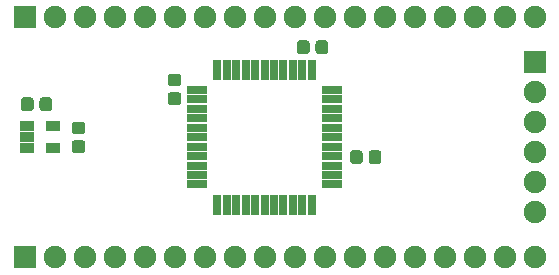
<source format=gbr>
G04 #@! TF.GenerationSoftware,KiCad,Pcbnew,(5.1.4)-1*
G04 #@! TF.CreationDate,2019-10-24T16:07:41-04:00*
G04 #@! TF.ProjectId,XC9536XL,58433935-3336-4584-9c2e-6b696361645f,B*
G04 #@! TF.SameCoordinates,Original*
G04 #@! TF.FileFunction,Soldermask,Top*
G04 #@! TF.FilePolarity,Negative*
%FSLAX46Y46*%
G04 Gerber Fmt 4.6, Leading zero omitted, Abs format (unit mm)*
G04 Created by KiCad (PCBNEW (5.1.4)-1) date 2019-10-24 16:07:41*
%MOMM*%
%LPD*%
G04 APERTURE LIST*
%ADD10C,0.100000*%
%ADD11C,1.075000*%
%ADD12R,1.260000X0.850000*%
%ADD13O,1.900000X1.900000*%
%ADD14R,1.900000X1.900000*%
%ADD15R,1.700000X0.750000*%
%ADD16R,0.750000X1.700000*%
G04 APERTURE END LIST*
D10*
G36*
X76024592Y-45971294D02*
G01*
X76050681Y-45975164D01*
X76076264Y-45981572D01*
X76101096Y-45990457D01*
X76124938Y-46001734D01*
X76147560Y-46015293D01*
X76168743Y-46031003D01*
X76188285Y-46048715D01*
X76205997Y-46068257D01*
X76221707Y-46089440D01*
X76235266Y-46112062D01*
X76246543Y-46135904D01*
X76255428Y-46160736D01*
X76261836Y-46186319D01*
X76265706Y-46212408D01*
X76267000Y-46238750D01*
X76267000Y-46776250D01*
X76265706Y-46802592D01*
X76261836Y-46828681D01*
X76255428Y-46854264D01*
X76246543Y-46879096D01*
X76235266Y-46902938D01*
X76221707Y-46925560D01*
X76205997Y-46946743D01*
X76188285Y-46966285D01*
X76168743Y-46983997D01*
X76147560Y-46999707D01*
X76124938Y-47013266D01*
X76101096Y-47024543D01*
X76076264Y-47033428D01*
X76050681Y-47039836D01*
X76024592Y-47043706D01*
X75998250Y-47045000D01*
X75385750Y-47045000D01*
X75359408Y-47043706D01*
X75333319Y-47039836D01*
X75307736Y-47033428D01*
X75282904Y-47024543D01*
X75259062Y-47013266D01*
X75236440Y-46999707D01*
X75215257Y-46983997D01*
X75195715Y-46966285D01*
X75178003Y-46946743D01*
X75162293Y-46925560D01*
X75148734Y-46902938D01*
X75137457Y-46879096D01*
X75128572Y-46854264D01*
X75122164Y-46828681D01*
X75118294Y-46802592D01*
X75117000Y-46776250D01*
X75117000Y-46238750D01*
X75118294Y-46212408D01*
X75122164Y-46186319D01*
X75128572Y-46160736D01*
X75137457Y-46135904D01*
X75148734Y-46112062D01*
X75162293Y-46089440D01*
X75178003Y-46068257D01*
X75195715Y-46048715D01*
X75215257Y-46031003D01*
X75236440Y-46015293D01*
X75259062Y-46001734D01*
X75282904Y-45990457D01*
X75307736Y-45981572D01*
X75333319Y-45975164D01*
X75359408Y-45971294D01*
X75385750Y-45970000D01*
X75998250Y-45970000D01*
X76024592Y-45971294D01*
X76024592Y-45971294D01*
G37*
D11*
X75692000Y-46507500D03*
D10*
G36*
X76024592Y-44396294D02*
G01*
X76050681Y-44400164D01*
X76076264Y-44406572D01*
X76101096Y-44415457D01*
X76124938Y-44426734D01*
X76147560Y-44440293D01*
X76168743Y-44456003D01*
X76188285Y-44473715D01*
X76205997Y-44493257D01*
X76221707Y-44514440D01*
X76235266Y-44537062D01*
X76246543Y-44560904D01*
X76255428Y-44585736D01*
X76261836Y-44611319D01*
X76265706Y-44637408D01*
X76267000Y-44663750D01*
X76267000Y-45201250D01*
X76265706Y-45227592D01*
X76261836Y-45253681D01*
X76255428Y-45279264D01*
X76246543Y-45304096D01*
X76235266Y-45327938D01*
X76221707Y-45350560D01*
X76205997Y-45371743D01*
X76188285Y-45391285D01*
X76168743Y-45408997D01*
X76147560Y-45424707D01*
X76124938Y-45438266D01*
X76101096Y-45449543D01*
X76076264Y-45458428D01*
X76050681Y-45464836D01*
X76024592Y-45468706D01*
X75998250Y-45470000D01*
X75385750Y-45470000D01*
X75359408Y-45468706D01*
X75333319Y-45464836D01*
X75307736Y-45458428D01*
X75282904Y-45449543D01*
X75259062Y-45438266D01*
X75236440Y-45424707D01*
X75215257Y-45408997D01*
X75195715Y-45391285D01*
X75178003Y-45371743D01*
X75162293Y-45350560D01*
X75148734Y-45327938D01*
X75137457Y-45304096D01*
X75128572Y-45279264D01*
X75122164Y-45253681D01*
X75118294Y-45227592D01*
X75117000Y-45201250D01*
X75117000Y-44663750D01*
X75118294Y-44637408D01*
X75122164Y-44611319D01*
X75128572Y-44585736D01*
X75137457Y-44560904D01*
X75148734Y-44537062D01*
X75162293Y-44514440D01*
X75178003Y-44493257D01*
X75195715Y-44473715D01*
X75215257Y-44456003D01*
X75236440Y-44440293D01*
X75259062Y-44426734D01*
X75282904Y-44415457D01*
X75307736Y-44406572D01*
X75333319Y-44400164D01*
X75359408Y-44396294D01*
X75385750Y-44395000D01*
X75998250Y-44395000D01*
X76024592Y-44396294D01*
X76024592Y-44396294D01*
G37*
D11*
X75692000Y-44932500D03*
D10*
G36*
X73218592Y-42352294D02*
G01*
X73244681Y-42356164D01*
X73270264Y-42362572D01*
X73295096Y-42371457D01*
X73318938Y-42382734D01*
X73341560Y-42396293D01*
X73362743Y-42412003D01*
X73382285Y-42429715D01*
X73399997Y-42449257D01*
X73415707Y-42470440D01*
X73429266Y-42493062D01*
X73440543Y-42516904D01*
X73449428Y-42541736D01*
X73455836Y-42567319D01*
X73459706Y-42593408D01*
X73461000Y-42619750D01*
X73461000Y-43232250D01*
X73459706Y-43258592D01*
X73455836Y-43284681D01*
X73449428Y-43310264D01*
X73440543Y-43335096D01*
X73429266Y-43358938D01*
X73415707Y-43381560D01*
X73399997Y-43402743D01*
X73382285Y-43422285D01*
X73362743Y-43439997D01*
X73341560Y-43455707D01*
X73318938Y-43469266D01*
X73295096Y-43480543D01*
X73270264Y-43489428D01*
X73244681Y-43495836D01*
X73218592Y-43499706D01*
X73192250Y-43501000D01*
X72654750Y-43501000D01*
X72628408Y-43499706D01*
X72602319Y-43495836D01*
X72576736Y-43489428D01*
X72551904Y-43480543D01*
X72528062Y-43469266D01*
X72505440Y-43455707D01*
X72484257Y-43439997D01*
X72464715Y-43422285D01*
X72447003Y-43402743D01*
X72431293Y-43381560D01*
X72417734Y-43358938D01*
X72406457Y-43335096D01*
X72397572Y-43310264D01*
X72391164Y-43284681D01*
X72387294Y-43258592D01*
X72386000Y-43232250D01*
X72386000Y-42619750D01*
X72387294Y-42593408D01*
X72391164Y-42567319D01*
X72397572Y-42541736D01*
X72406457Y-42516904D01*
X72417734Y-42493062D01*
X72431293Y-42470440D01*
X72447003Y-42449257D01*
X72464715Y-42429715D01*
X72484257Y-42412003D01*
X72505440Y-42396293D01*
X72528062Y-42382734D01*
X72551904Y-42371457D01*
X72576736Y-42362572D01*
X72602319Y-42356164D01*
X72628408Y-42352294D01*
X72654750Y-42351000D01*
X73192250Y-42351000D01*
X73218592Y-42352294D01*
X73218592Y-42352294D01*
G37*
D11*
X72923500Y-42926000D03*
D10*
G36*
X71643592Y-42352294D02*
G01*
X71669681Y-42356164D01*
X71695264Y-42362572D01*
X71720096Y-42371457D01*
X71743938Y-42382734D01*
X71766560Y-42396293D01*
X71787743Y-42412003D01*
X71807285Y-42429715D01*
X71824997Y-42449257D01*
X71840707Y-42470440D01*
X71854266Y-42493062D01*
X71865543Y-42516904D01*
X71874428Y-42541736D01*
X71880836Y-42567319D01*
X71884706Y-42593408D01*
X71886000Y-42619750D01*
X71886000Y-43232250D01*
X71884706Y-43258592D01*
X71880836Y-43284681D01*
X71874428Y-43310264D01*
X71865543Y-43335096D01*
X71854266Y-43358938D01*
X71840707Y-43381560D01*
X71824997Y-43402743D01*
X71807285Y-43422285D01*
X71787743Y-43439997D01*
X71766560Y-43455707D01*
X71743938Y-43469266D01*
X71720096Y-43480543D01*
X71695264Y-43489428D01*
X71669681Y-43495836D01*
X71643592Y-43499706D01*
X71617250Y-43501000D01*
X71079750Y-43501000D01*
X71053408Y-43499706D01*
X71027319Y-43495836D01*
X71001736Y-43489428D01*
X70976904Y-43480543D01*
X70953062Y-43469266D01*
X70930440Y-43455707D01*
X70909257Y-43439997D01*
X70889715Y-43422285D01*
X70872003Y-43402743D01*
X70856293Y-43381560D01*
X70842734Y-43358938D01*
X70831457Y-43335096D01*
X70822572Y-43310264D01*
X70816164Y-43284681D01*
X70812294Y-43258592D01*
X70811000Y-43232250D01*
X70811000Y-42619750D01*
X70812294Y-42593408D01*
X70816164Y-42567319D01*
X70822572Y-42541736D01*
X70831457Y-42516904D01*
X70842734Y-42493062D01*
X70856293Y-42470440D01*
X70872003Y-42449257D01*
X70889715Y-42429715D01*
X70909257Y-42412003D01*
X70930440Y-42396293D01*
X70953062Y-42382734D01*
X70976904Y-42371457D01*
X71001736Y-42362572D01*
X71027319Y-42356164D01*
X71053408Y-42352294D01*
X71079750Y-42351000D01*
X71617250Y-42351000D01*
X71643592Y-42352294D01*
X71643592Y-42352294D01*
G37*
D11*
X71348500Y-42926000D03*
D10*
G36*
X96586592Y-37526294D02*
G01*
X96612681Y-37530164D01*
X96638264Y-37536572D01*
X96663096Y-37545457D01*
X96686938Y-37556734D01*
X96709560Y-37570293D01*
X96730743Y-37586003D01*
X96750285Y-37603715D01*
X96767997Y-37623257D01*
X96783707Y-37644440D01*
X96797266Y-37667062D01*
X96808543Y-37690904D01*
X96817428Y-37715736D01*
X96823836Y-37741319D01*
X96827706Y-37767408D01*
X96829000Y-37793750D01*
X96829000Y-38406250D01*
X96827706Y-38432592D01*
X96823836Y-38458681D01*
X96817428Y-38484264D01*
X96808543Y-38509096D01*
X96797266Y-38532938D01*
X96783707Y-38555560D01*
X96767997Y-38576743D01*
X96750285Y-38596285D01*
X96730743Y-38613997D01*
X96709560Y-38629707D01*
X96686938Y-38643266D01*
X96663096Y-38654543D01*
X96638264Y-38663428D01*
X96612681Y-38669836D01*
X96586592Y-38673706D01*
X96560250Y-38675000D01*
X96022750Y-38675000D01*
X95996408Y-38673706D01*
X95970319Y-38669836D01*
X95944736Y-38663428D01*
X95919904Y-38654543D01*
X95896062Y-38643266D01*
X95873440Y-38629707D01*
X95852257Y-38613997D01*
X95832715Y-38596285D01*
X95815003Y-38576743D01*
X95799293Y-38555560D01*
X95785734Y-38532938D01*
X95774457Y-38509096D01*
X95765572Y-38484264D01*
X95759164Y-38458681D01*
X95755294Y-38432592D01*
X95754000Y-38406250D01*
X95754000Y-37793750D01*
X95755294Y-37767408D01*
X95759164Y-37741319D01*
X95765572Y-37715736D01*
X95774457Y-37690904D01*
X95785734Y-37667062D01*
X95799293Y-37644440D01*
X95815003Y-37623257D01*
X95832715Y-37603715D01*
X95852257Y-37586003D01*
X95873440Y-37570293D01*
X95896062Y-37556734D01*
X95919904Y-37545457D01*
X95944736Y-37536572D01*
X95970319Y-37530164D01*
X95996408Y-37526294D01*
X96022750Y-37525000D01*
X96560250Y-37525000D01*
X96586592Y-37526294D01*
X96586592Y-37526294D01*
G37*
D11*
X96291500Y-38100000D03*
D10*
G36*
X95011592Y-37526294D02*
G01*
X95037681Y-37530164D01*
X95063264Y-37536572D01*
X95088096Y-37545457D01*
X95111938Y-37556734D01*
X95134560Y-37570293D01*
X95155743Y-37586003D01*
X95175285Y-37603715D01*
X95192997Y-37623257D01*
X95208707Y-37644440D01*
X95222266Y-37667062D01*
X95233543Y-37690904D01*
X95242428Y-37715736D01*
X95248836Y-37741319D01*
X95252706Y-37767408D01*
X95254000Y-37793750D01*
X95254000Y-38406250D01*
X95252706Y-38432592D01*
X95248836Y-38458681D01*
X95242428Y-38484264D01*
X95233543Y-38509096D01*
X95222266Y-38532938D01*
X95208707Y-38555560D01*
X95192997Y-38576743D01*
X95175285Y-38596285D01*
X95155743Y-38613997D01*
X95134560Y-38629707D01*
X95111938Y-38643266D01*
X95088096Y-38654543D01*
X95063264Y-38663428D01*
X95037681Y-38669836D01*
X95011592Y-38673706D01*
X94985250Y-38675000D01*
X94447750Y-38675000D01*
X94421408Y-38673706D01*
X94395319Y-38669836D01*
X94369736Y-38663428D01*
X94344904Y-38654543D01*
X94321062Y-38643266D01*
X94298440Y-38629707D01*
X94277257Y-38613997D01*
X94257715Y-38596285D01*
X94240003Y-38576743D01*
X94224293Y-38555560D01*
X94210734Y-38532938D01*
X94199457Y-38509096D01*
X94190572Y-38484264D01*
X94184164Y-38458681D01*
X94180294Y-38432592D01*
X94179000Y-38406250D01*
X94179000Y-37793750D01*
X94180294Y-37767408D01*
X94184164Y-37741319D01*
X94190572Y-37715736D01*
X94199457Y-37690904D01*
X94210734Y-37667062D01*
X94224293Y-37644440D01*
X94240003Y-37623257D01*
X94257715Y-37603715D01*
X94277257Y-37586003D01*
X94298440Y-37570293D01*
X94321062Y-37556734D01*
X94344904Y-37545457D01*
X94369736Y-37536572D01*
X94395319Y-37530164D01*
X94421408Y-37526294D01*
X94447750Y-37525000D01*
X94985250Y-37525000D01*
X95011592Y-37526294D01*
X95011592Y-37526294D01*
G37*
D11*
X94716500Y-38100000D03*
D10*
G36*
X101082592Y-46826294D02*
G01*
X101108681Y-46830164D01*
X101134264Y-46836572D01*
X101159096Y-46845457D01*
X101182938Y-46856734D01*
X101205560Y-46870293D01*
X101226743Y-46886003D01*
X101246285Y-46903715D01*
X101263997Y-46923257D01*
X101279707Y-46944440D01*
X101293266Y-46967062D01*
X101304543Y-46990904D01*
X101313428Y-47015736D01*
X101319836Y-47041319D01*
X101323706Y-47067408D01*
X101325000Y-47093750D01*
X101325000Y-47706250D01*
X101323706Y-47732592D01*
X101319836Y-47758681D01*
X101313428Y-47784264D01*
X101304543Y-47809096D01*
X101293266Y-47832938D01*
X101279707Y-47855560D01*
X101263997Y-47876743D01*
X101246285Y-47896285D01*
X101226743Y-47913997D01*
X101205560Y-47929707D01*
X101182938Y-47943266D01*
X101159096Y-47954543D01*
X101134264Y-47963428D01*
X101108681Y-47969836D01*
X101082592Y-47973706D01*
X101056250Y-47975000D01*
X100518750Y-47975000D01*
X100492408Y-47973706D01*
X100466319Y-47969836D01*
X100440736Y-47963428D01*
X100415904Y-47954543D01*
X100392062Y-47943266D01*
X100369440Y-47929707D01*
X100348257Y-47913997D01*
X100328715Y-47896285D01*
X100311003Y-47876743D01*
X100295293Y-47855560D01*
X100281734Y-47832938D01*
X100270457Y-47809096D01*
X100261572Y-47784264D01*
X100255164Y-47758681D01*
X100251294Y-47732592D01*
X100250000Y-47706250D01*
X100250000Y-47093750D01*
X100251294Y-47067408D01*
X100255164Y-47041319D01*
X100261572Y-47015736D01*
X100270457Y-46990904D01*
X100281734Y-46967062D01*
X100295293Y-46944440D01*
X100311003Y-46923257D01*
X100328715Y-46903715D01*
X100348257Y-46886003D01*
X100369440Y-46870293D01*
X100392062Y-46856734D01*
X100415904Y-46845457D01*
X100440736Y-46836572D01*
X100466319Y-46830164D01*
X100492408Y-46826294D01*
X100518750Y-46825000D01*
X101056250Y-46825000D01*
X101082592Y-46826294D01*
X101082592Y-46826294D01*
G37*
D11*
X100787500Y-47400000D03*
D10*
G36*
X99507592Y-46826294D02*
G01*
X99533681Y-46830164D01*
X99559264Y-46836572D01*
X99584096Y-46845457D01*
X99607938Y-46856734D01*
X99630560Y-46870293D01*
X99651743Y-46886003D01*
X99671285Y-46903715D01*
X99688997Y-46923257D01*
X99704707Y-46944440D01*
X99718266Y-46967062D01*
X99729543Y-46990904D01*
X99738428Y-47015736D01*
X99744836Y-47041319D01*
X99748706Y-47067408D01*
X99750000Y-47093750D01*
X99750000Y-47706250D01*
X99748706Y-47732592D01*
X99744836Y-47758681D01*
X99738428Y-47784264D01*
X99729543Y-47809096D01*
X99718266Y-47832938D01*
X99704707Y-47855560D01*
X99688997Y-47876743D01*
X99671285Y-47896285D01*
X99651743Y-47913997D01*
X99630560Y-47929707D01*
X99607938Y-47943266D01*
X99584096Y-47954543D01*
X99559264Y-47963428D01*
X99533681Y-47969836D01*
X99507592Y-47973706D01*
X99481250Y-47975000D01*
X98943750Y-47975000D01*
X98917408Y-47973706D01*
X98891319Y-47969836D01*
X98865736Y-47963428D01*
X98840904Y-47954543D01*
X98817062Y-47943266D01*
X98794440Y-47929707D01*
X98773257Y-47913997D01*
X98753715Y-47896285D01*
X98736003Y-47876743D01*
X98720293Y-47855560D01*
X98706734Y-47832938D01*
X98695457Y-47809096D01*
X98686572Y-47784264D01*
X98680164Y-47758681D01*
X98676294Y-47732592D01*
X98675000Y-47706250D01*
X98675000Y-47093750D01*
X98676294Y-47067408D01*
X98680164Y-47041319D01*
X98686572Y-47015736D01*
X98695457Y-46990904D01*
X98706734Y-46967062D01*
X98720293Y-46944440D01*
X98736003Y-46923257D01*
X98753715Y-46903715D01*
X98773257Y-46886003D01*
X98794440Y-46870293D01*
X98817062Y-46856734D01*
X98840904Y-46845457D01*
X98865736Y-46836572D01*
X98891319Y-46830164D01*
X98917408Y-46826294D01*
X98943750Y-46825000D01*
X99481250Y-46825000D01*
X99507592Y-46826294D01*
X99507592Y-46826294D01*
G37*
D11*
X99212500Y-47400000D03*
D10*
G36*
X84152592Y-40332294D02*
G01*
X84178681Y-40336164D01*
X84204264Y-40342572D01*
X84229096Y-40351457D01*
X84252938Y-40362734D01*
X84275560Y-40376293D01*
X84296743Y-40392003D01*
X84316285Y-40409715D01*
X84333997Y-40429257D01*
X84349707Y-40450440D01*
X84363266Y-40473062D01*
X84374543Y-40496904D01*
X84383428Y-40521736D01*
X84389836Y-40547319D01*
X84393706Y-40573408D01*
X84395000Y-40599750D01*
X84395000Y-41137250D01*
X84393706Y-41163592D01*
X84389836Y-41189681D01*
X84383428Y-41215264D01*
X84374543Y-41240096D01*
X84363266Y-41263938D01*
X84349707Y-41286560D01*
X84333997Y-41307743D01*
X84316285Y-41327285D01*
X84296743Y-41344997D01*
X84275560Y-41360707D01*
X84252938Y-41374266D01*
X84229096Y-41385543D01*
X84204264Y-41394428D01*
X84178681Y-41400836D01*
X84152592Y-41404706D01*
X84126250Y-41406000D01*
X83513750Y-41406000D01*
X83487408Y-41404706D01*
X83461319Y-41400836D01*
X83435736Y-41394428D01*
X83410904Y-41385543D01*
X83387062Y-41374266D01*
X83364440Y-41360707D01*
X83343257Y-41344997D01*
X83323715Y-41327285D01*
X83306003Y-41307743D01*
X83290293Y-41286560D01*
X83276734Y-41263938D01*
X83265457Y-41240096D01*
X83256572Y-41215264D01*
X83250164Y-41189681D01*
X83246294Y-41163592D01*
X83245000Y-41137250D01*
X83245000Y-40599750D01*
X83246294Y-40573408D01*
X83250164Y-40547319D01*
X83256572Y-40521736D01*
X83265457Y-40496904D01*
X83276734Y-40473062D01*
X83290293Y-40450440D01*
X83306003Y-40429257D01*
X83323715Y-40409715D01*
X83343257Y-40392003D01*
X83364440Y-40376293D01*
X83387062Y-40362734D01*
X83410904Y-40351457D01*
X83435736Y-40342572D01*
X83461319Y-40336164D01*
X83487408Y-40332294D01*
X83513750Y-40331000D01*
X84126250Y-40331000D01*
X84152592Y-40332294D01*
X84152592Y-40332294D01*
G37*
D11*
X83820000Y-40868500D03*
D10*
G36*
X84152592Y-41907294D02*
G01*
X84178681Y-41911164D01*
X84204264Y-41917572D01*
X84229096Y-41926457D01*
X84252938Y-41937734D01*
X84275560Y-41951293D01*
X84296743Y-41967003D01*
X84316285Y-41984715D01*
X84333997Y-42004257D01*
X84349707Y-42025440D01*
X84363266Y-42048062D01*
X84374543Y-42071904D01*
X84383428Y-42096736D01*
X84389836Y-42122319D01*
X84393706Y-42148408D01*
X84395000Y-42174750D01*
X84395000Y-42712250D01*
X84393706Y-42738592D01*
X84389836Y-42764681D01*
X84383428Y-42790264D01*
X84374543Y-42815096D01*
X84363266Y-42838938D01*
X84349707Y-42861560D01*
X84333997Y-42882743D01*
X84316285Y-42902285D01*
X84296743Y-42919997D01*
X84275560Y-42935707D01*
X84252938Y-42949266D01*
X84229096Y-42960543D01*
X84204264Y-42969428D01*
X84178681Y-42975836D01*
X84152592Y-42979706D01*
X84126250Y-42981000D01*
X83513750Y-42981000D01*
X83487408Y-42979706D01*
X83461319Y-42975836D01*
X83435736Y-42969428D01*
X83410904Y-42960543D01*
X83387062Y-42949266D01*
X83364440Y-42935707D01*
X83343257Y-42919997D01*
X83323715Y-42902285D01*
X83306003Y-42882743D01*
X83290293Y-42861560D01*
X83276734Y-42838938D01*
X83265457Y-42815096D01*
X83256572Y-42790264D01*
X83250164Y-42764681D01*
X83246294Y-42738592D01*
X83245000Y-42712250D01*
X83245000Y-42174750D01*
X83246294Y-42148408D01*
X83250164Y-42122319D01*
X83256572Y-42096736D01*
X83265457Y-42071904D01*
X83276734Y-42048062D01*
X83290293Y-42025440D01*
X83306003Y-42004257D01*
X83323715Y-41984715D01*
X83343257Y-41967003D01*
X83364440Y-41951293D01*
X83387062Y-41937734D01*
X83410904Y-41926457D01*
X83435736Y-41917572D01*
X83461319Y-41911164D01*
X83487408Y-41907294D01*
X83513750Y-41906000D01*
X84126250Y-41906000D01*
X84152592Y-41907294D01*
X84152592Y-41907294D01*
G37*
D11*
X83820000Y-42443500D03*
D12*
X73490000Y-44770000D03*
X73490000Y-46670000D03*
X71290000Y-46670000D03*
X71290000Y-45720000D03*
X71290000Y-44770000D03*
D13*
X114300000Y-52070000D03*
X114300000Y-49530000D03*
X114300000Y-46990000D03*
X114300000Y-44450000D03*
X114300000Y-41910000D03*
D14*
X114300000Y-39370000D03*
D13*
X114300000Y-55880000D03*
X111760000Y-55880000D03*
X109220000Y-55880000D03*
X106680000Y-55880000D03*
X104140000Y-55880000D03*
X101600000Y-55880000D03*
X99060000Y-55880000D03*
X96520000Y-55880000D03*
X93980000Y-55880000D03*
X91440000Y-55880000D03*
X88900000Y-55880000D03*
X86360000Y-55880000D03*
X83820000Y-55880000D03*
X81280000Y-55880000D03*
X78740000Y-55880000D03*
X76200000Y-55880000D03*
X73660000Y-55880000D03*
D14*
X71120000Y-55880000D03*
D13*
X114300000Y-35560000D03*
X111760000Y-35560000D03*
X109220000Y-35560000D03*
X106680000Y-35560000D03*
X104140000Y-35560000D03*
X101600000Y-35560000D03*
X99060000Y-35560000D03*
X96520000Y-35560000D03*
X93980000Y-35560000D03*
X91440000Y-35560000D03*
X88900000Y-35560000D03*
X86360000Y-35560000D03*
X83820000Y-35560000D03*
X81280000Y-35560000D03*
X78740000Y-35560000D03*
X76200000Y-35560000D03*
X73660000Y-35560000D03*
D14*
X71120000Y-35560000D03*
D15*
X85740000Y-49720000D03*
X85740000Y-48920000D03*
X85740000Y-48120000D03*
X85740000Y-47320000D03*
X85740000Y-46520000D03*
X85740000Y-45720000D03*
X85740000Y-44920000D03*
X85740000Y-44120000D03*
X85740000Y-43320000D03*
X85740000Y-42520000D03*
X85740000Y-41720000D03*
D16*
X87440000Y-40020000D03*
X88240000Y-40020000D03*
X89040000Y-40020000D03*
X89840000Y-40020000D03*
X90640000Y-40020000D03*
X91440000Y-40020000D03*
X92240000Y-40020000D03*
X93040000Y-40020000D03*
X93840000Y-40020000D03*
X94640000Y-40020000D03*
X95440000Y-40020000D03*
D15*
X97140000Y-41720000D03*
X97140000Y-42520000D03*
X97140000Y-43320000D03*
X97140000Y-44120000D03*
X97140000Y-44920000D03*
X97140000Y-45720000D03*
X97140000Y-46520000D03*
X97140000Y-47320000D03*
X97140000Y-48120000D03*
X97140000Y-48920000D03*
X97140000Y-49720000D03*
D16*
X95440000Y-51420000D03*
X94640000Y-51420000D03*
X93840000Y-51420000D03*
X93040000Y-51420000D03*
X92240000Y-51420000D03*
X91440000Y-51420000D03*
X90640000Y-51420000D03*
X89840000Y-51420000D03*
X89040000Y-51420000D03*
X88240000Y-51420000D03*
X87440000Y-51420000D03*
M02*

</source>
